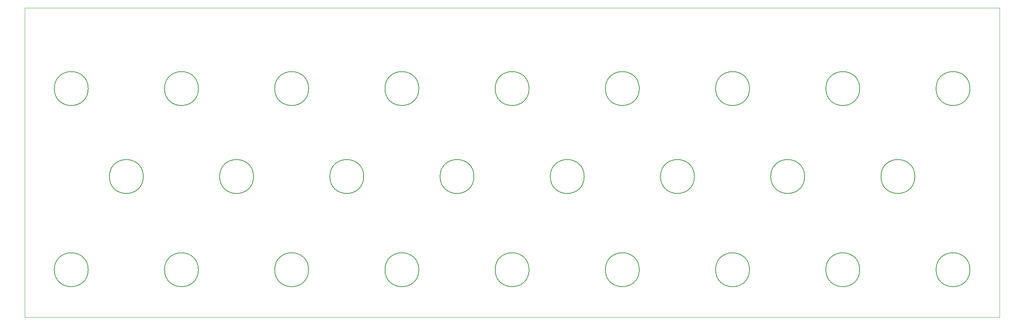
<source format=gbr>
%TF.GenerationSoftware,KiCad,Pcbnew,7.0.2-0*%
%TF.CreationDate,2024-02-08T13:36:38+00:00*%
%TF.ProjectId,plugboard,706c7567-626f-4617-9264-2e6b69636164,rev?*%
%TF.SameCoordinates,PX1312d00PY68e7780*%
%TF.FileFunction,Profile,NP*%
%FSLAX46Y46*%
G04 Gerber Fmt 4.6, Leading zero omitted, Abs format (unit mm)*
G04 Created by KiCad (PCBNEW 7.0.2-0) date 2024-02-08 13:36:38*
%MOMM*%
%LPD*%
G01*
G04 APERTURE LIST*
%TA.AperFunction,Profile*%
%ADD10C,0.100000*%
%TD*%
%TA.AperFunction,Profile*%
%ADD11C,0.200000*%
%TD*%
G04 APERTURE END LIST*
D10*
X11500000Y73000000D02*
X241500000Y73000000D01*
X241500000Y0D01*
X11500000Y0D01*
X11500000Y73000000D01*
D11*
%TO.C,J20*%
X182500000Y11170000D02*
G75*
G03*
X182500000Y11170000I-4000000J0D01*
G01*
%TO.C,J21*%
X156500000Y11170000D02*
G75*
G03*
X156500000Y11170000I-4000000J0D01*
G01*
%TO.C,J19*%
X208500000Y11170000D02*
G75*
G03*
X208500000Y11170000I-4000000J0D01*
G01*
%TO.C,J8*%
X52500000Y53930000D02*
G75*
G03*
X52500000Y53930000I-4000000J0D01*
G01*
%TO.C,J1*%
X234500000Y53930000D02*
G75*
G03*
X234500000Y53930000I-4000000J0D01*
G01*
%TO.C,J22*%
X130500000Y11170000D02*
G75*
G03*
X130500000Y11170000I-4000000J0D01*
G01*
%TO.C,J5*%
X130500000Y53930000D02*
G75*
G03*
X130500000Y53930000I-4000000J0D01*
G01*
%TO.C,J14*%
X117500000Y33170000D02*
G75*
G03*
X117500000Y33170000I-4000000J0D01*
G01*
%TO.C,J23*%
X104500000Y11170000D02*
G75*
G03*
X104500000Y11170000I-4000000J0D01*
G01*
%TO.C,J18*%
X234500000Y11170000D02*
G75*
G03*
X234500000Y11170000I-4000000J0D01*
G01*
%TO.C,J12*%
X169500000Y33170000D02*
G75*
G03*
X169500000Y33170000I-4000000J0D01*
G01*
%TO.C,J24*%
X78500000Y11170000D02*
G75*
G03*
X78500000Y11170000I-4000000J0D01*
G01*
%TO.C,J15*%
X91500000Y33170000D02*
G75*
G03*
X91500000Y33170000I-4000000J0D01*
G01*
%TO.C,J3*%
X182500000Y53930000D02*
G75*
G03*
X182500000Y53930000I-4000000J0D01*
G01*
%TO.C,J4*%
X156500000Y53930000D02*
G75*
G03*
X156500000Y53930000I-4000000J0D01*
G01*
%TO.C,J26*%
X26500000Y11170000D02*
G75*
G03*
X26500000Y11170000I-4000000J0D01*
G01*
%TO.C,J9*%
X26500000Y53930000D02*
G75*
G03*
X26500000Y53930000I-4000000J0D01*
G01*
%TO.C,J2*%
X208500000Y53930000D02*
G75*
G03*
X208500000Y53930000I-4000000J0D01*
G01*
%TO.C,J25*%
X52500000Y11170000D02*
G75*
G03*
X52500000Y11170000I-4000000J0D01*
G01*
%TO.C,J16*%
X65500000Y33170000D02*
G75*
G03*
X65500000Y33170000I-4000000J0D01*
G01*
%TO.C,J13*%
X143500000Y33170000D02*
G75*
G03*
X143500000Y33170000I-4000000J0D01*
G01*
%TO.C,J11*%
X195500000Y33170000D02*
G75*
G03*
X195500000Y33170000I-4000000J0D01*
G01*
%TO.C,J7*%
X78500000Y53930000D02*
G75*
G03*
X78500000Y53930000I-4000000J0D01*
G01*
%TO.C,J17*%
X39500000Y33170000D02*
G75*
G03*
X39500000Y33170000I-4000000J0D01*
G01*
%TO.C,J6*%
X104500000Y53930000D02*
G75*
G03*
X104500000Y53930000I-4000000J0D01*
G01*
%TO.C,J10*%
X221500000Y33170000D02*
G75*
G03*
X221500000Y33170000I-4000000J0D01*
G01*
%TD*%
M02*

</source>
